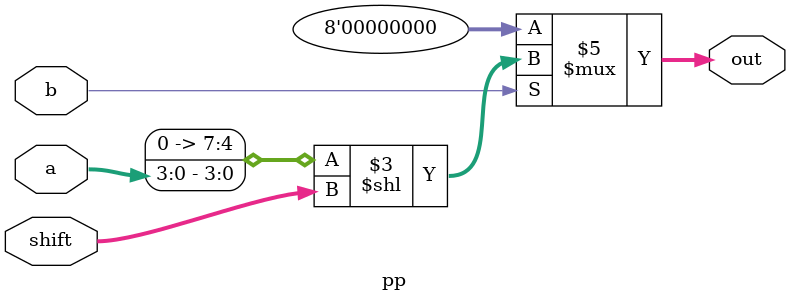
<source format=v>
module pp(input [3:0] a, input b, input [1:0] shift, output reg [7:0] out);
    always@(*) 
    begin
        if (b == 0)
        begin 
            out = 8'b0;
        end
        else
        begin
            out = a;
            out = out << shift;
        end
    end
endmodule

</source>
